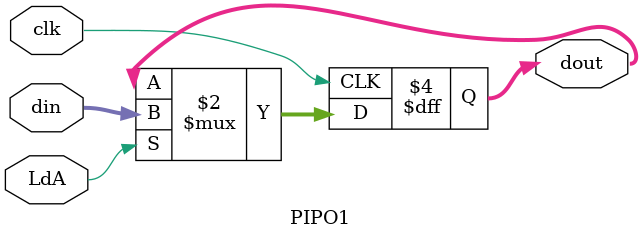
<source format=v>
module PIPO1(
    input LdA,
    input clk,
    input [15:0] din,
    output reg [15:0] dout
);
always @(posedge clk)
  begin
    if(LdA)
     dout <= din;
  end
endmodule

</source>
